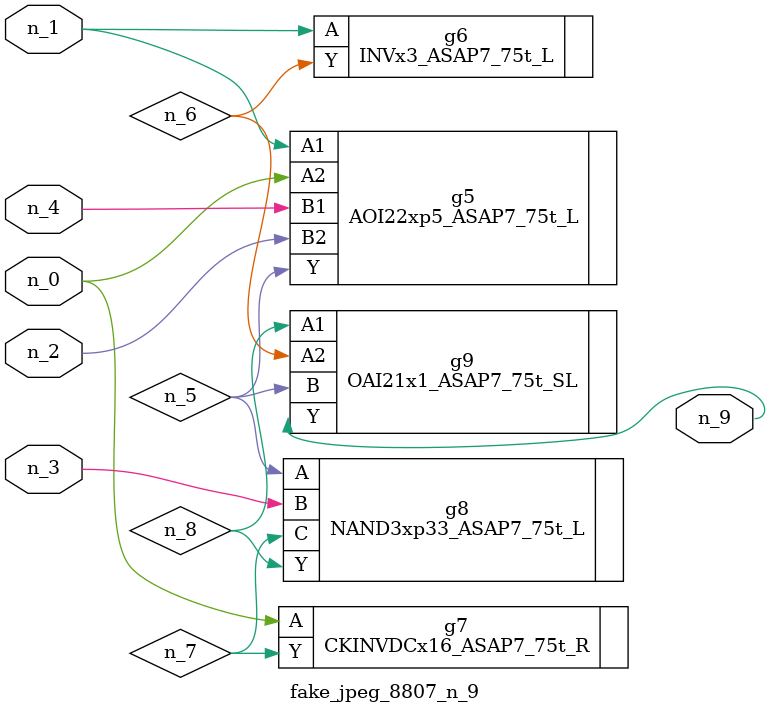
<source format=v>
module fake_jpeg_8807_n_9 (n_3, n_2, n_1, n_0, n_4, n_9);

input n_3;
input n_2;
input n_1;
input n_0;
input n_4;

output n_9;

wire n_8;
wire n_6;
wire n_5;
wire n_7;

AOI22xp5_ASAP7_75t_L g5 ( 
.A1(n_1),
.A2(n_0),
.B1(n_4),
.B2(n_2),
.Y(n_5)
);

INVx3_ASAP7_75t_L g6 ( 
.A(n_1),
.Y(n_6)
);

CKINVDCx16_ASAP7_75t_R g7 ( 
.A(n_0),
.Y(n_7)
);

NAND3xp33_ASAP7_75t_L g8 ( 
.A(n_5),
.B(n_3),
.C(n_7),
.Y(n_8)
);

OAI21x1_ASAP7_75t_SL g9 ( 
.A1(n_8),
.A2(n_6),
.B(n_5),
.Y(n_9)
);


endmodule
</source>
